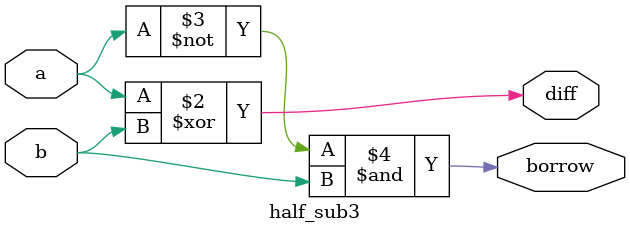
<source format=v>
module half_sub3(input a,b,output diff,borrow);
  always @(*) begin
    diff=a^b;
    borrow=~a&b;
  end
endmodule

</source>
